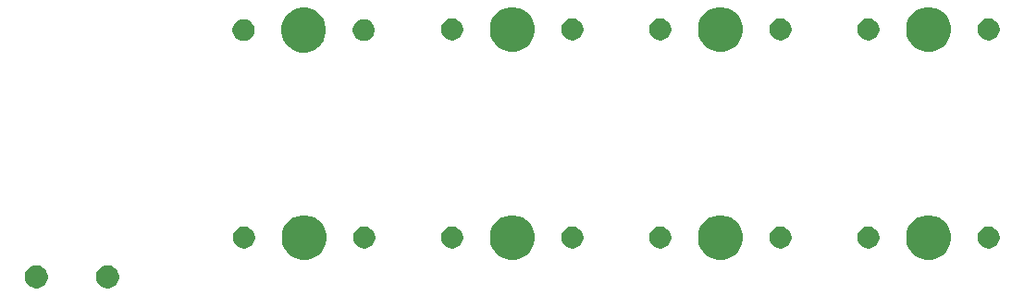
<source format=gbr>
G04 #@! TF.GenerationSoftware,KiCad,Pcbnew,(5.1.0)-1*
G04 #@! TF.CreationDate,2019-04-21T21:02:20+09:00*
G04 #@! TF.ProjectId,meishikbd,6d656973-6869-46b6-9264-2e6b69636164,rev?*
G04 #@! TF.SameCoordinates,Original*
G04 #@! TF.FileFunction,Soldermask,Top*
G04 #@! TF.FilePolarity,Negative*
%FSLAX46Y46*%
G04 Gerber Fmt 4.6, Leading zero omitted, Abs format (unit mm)*
G04 Created by KiCad (PCBNEW (5.1.0)-1) date 2019-04-21 21:02:20*
%MOMM*%
%LPD*%
G04 APERTURE LIST*
%ADD10C,0.100000*%
G04 APERTURE END LIST*
D10*
G36*
X53456564Y-92689389D02*
G01*
X53647833Y-92768615D01*
X53647835Y-92768616D01*
X53819973Y-92883635D01*
X53966365Y-93030027D01*
X54081385Y-93202167D01*
X54160611Y-93393436D01*
X54201000Y-93596484D01*
X54201000Y-93803516D01*
X54160611Y-94006564D01*
X54081385Y-94197833D01*
X54081384Y-94197835D01*
X53966365Y-94369973D01*
X53819973Y-94516365D01*
X53647835Y-94631384D01*
X53647834Y-94631385D01*
X53647833Y-94631385D01*
X53456564Y-94710611D01*
X53253516Y-94751000D01*
X53046484Y-94751000D01*
X52843436Y-94710611D01*
X52652167Y-94631385D01*
X52652166Y-94631385D01*
X52652165Y-94631384D01*
X52480027Y-94516365D01*
X52333635Y-94369973D01*
X52218616Y-94197835D01*
X52218615Y-94197833D01*
X52139389Y-94006564D01*
X52099000Y-93803516D01*
X52099000Y-93596484D01*
X52139389Y-93393436D01*
X52218615Y-93202167D01*
X52333635Y-93030027D01*
X52480027Y-92883635D01*
X52652165Y-92768616D01*
X52652167Y-92768615D01*
X52843436Y-92689389D01*
X53046484Y-92649000D01*
X53253516Y-92649000D01*
X53456564Y-92689389D01*
X53456564Y-92689389D01*
G37*
G36*
X46956564Y-92689389D02*
G01*
X47147833Y-92768615D01*
X47147835Y-92768616D01*
X47319973Y-92883635D01*
X47466365Y-93030027D01*
X47581385Y-93202167D01*
X47660611Y-93393436D01*
X47701000Y-93596484D01*
X47701000Y-93803516D01*
X47660611Y-94006564D01*
X47581385Y-94197833D01*
X47581384Y-94197835D01*
X47466365Y-94369973D01*
X47319973Y-94516365D01*
X47147835Y-94631384D01*
X47147834Y-94631385D01*
X47147833Y-94631385D01*
X46956564Y-94710611D01*
X46753516Y-94751000D01*
X46546484Y-94751000D01*
X46343436Y-94710611D01*
X46152167Y-94631385D01*
X46152166Y-94631385D01*
X46152165Y-94631384D01*
X45980027Y-94516365D01*
X45833635Y-94369973D01*
X45718616Y-94197835D01*
X45718615Y-94197833D01*
X45639389Y-94006564D01*
X45599000Y-93803516D01*
X45599000Y-93596484D01*
X45639389Y-93393436D01*
X45718615Y-93202167D01*
X45833635Y-93030027D01*
X45980027Y-92883635D01*
X46152165Y-92768616D01*
X46152167Y-92768615D01*
X46343436Y-92689389D01*
X46546484Y-92649000D01*
X46753516Y-92649000D01*
X46956564Y-92689389D01*
X46956564Y-92689389D01*
G37*
G36*
X90798254Y-88127818D02*
G01*
X91171511Y-88282426D01*
X91171513Y-88282427D01*
X91507436Y-88506884D01*
X91793116Y-88792564D01*
X92017574Y-89128489D01*
X92172182Y-89501746D01*
X92251000Y-89897993D01*
X92251000Y-90302007D01*
X92172182Y-90698254D01*
X92021293Y-91062532D01*
X92017573Y-91071513D01*
X91793116Y-91407436D01*
X91507436Y-91693116D01*
X91171513Y-91917573D01*
X91171512Y-91917574D01*
X91171511Y-91917574D01*
X90798254Y-92072182D01*
X90402007Y-92151000D01*
X89997993Y-92151000D01*
X89601746Y-92072182D01*
X89228489Y-91917574D01*
X89228488Y-91917574D01*
X89228487Y-91917573D01*
X88892564Y-91693116D01*
X88606884Y-91407436D01*
X88382427Y-91071513D01*
X88378707Y-91062532D01*
X88227818Y-90698254D01*
X88149000Y-90302007D01*
X88149000Y-89897993D01*
X88227818Y-89501746D01*
X88382426Y-89128489D01*
X88606884Y-88792564D01*
X88892564Y-88506884D01*
X89228487Y-88282427D01*
X89228489Y-88282426D01*
X89601746Y-88127818D01*
X89997993Y-88049000D01*
X90402007Y-88049000D01*
X90798254Y-88127818D01*
X90798254Y-88127818D01*
G37*
G36*
X128898254Y-88127818D02*
G01*
X129271511Y-88282426D01*
X129271513Y-88282427D01*
X129607436Y-88506884D01*
X129893116Y-88792564D01*
X130117574Y-89128489D01*
X130272182Y-89501746D01*
X130351000Y-89897993D01*
X130351000Y-90302007D01*
X130272182Y-90698254D01*
X130121293Y-91062532D01*
X130117573Y-91071513D01*
X129893116Y-91407436D01*
X129607436Y-91693116D01*
X129271513Y-91917573D01*
X129271512Y-91917574D01*
X129271511Y-91917574D01*
X128898254Y-92072182D01*
X128502007Y-92151000D01*
X128097993Y-92151000D01*
X127701746Y-92072182D01*
X127328489Y-91917574D01*
X127328488Y-91917574D01*
X127328487Y-91917573D01*
X126992564Y-91693116D01*
X126706884Y-91407436D01*
X126482427Y-91071513D01*
X126478707Y-91062532D01*
X126327818Y-90698254D01*
X126249000Y-90302007D01*
X126249000Y-89897993D01*
X126327818Y-89501746D01*
X126482426Y-89128489D01*
X126706884Y-88792564D01*
X126992564Y-88506884D01*
X127328487Y-88282427D01*
X127328489Y-88282426D01*
X127701746Y-88127818D01*
X128097993Y-88049000D01*
X128502007Y-88049000D01*
X128898254Y-88127818D01*
X128898254Y-88127818D01*
G37*
G36*
X109848254Y-88127818D02*
G01*
X110221511Y-88282426D01*
X110221513Y-88282427D01*
X110557436Y-88506884D01*
X110843116Y-88792564D01*
X111067574Y-89128489D01*
X111222182Y-89501746D01*
X111301000Y-89897993D01*
X111301000Y-90302007D01*
X111222182Y-90698254D01*
X111071293Y-91062532D01*
X111067573Y-91071513D01*
X110843116Y-91407436D01*
X110557436Y-91693116D01*
X110221513Y-91917573D01*
X110221512Y-91917574D01*
X110221511Y-91917574D01*
X109848254Y-92072182D01*
X109452007Y-92151000D01*
X109047993Y-92151000D01*
X108651746Y-92072182D01*
X108278489Y-91917574D01*
X108278488Y-91917574D01*
X108278487Y-91917573D01*
X107942564Y-91693116D01*
X107656884Y-91407436D01*
X107432427Y-91071513D01*
X107428707Y-91062532D01*
X107277818Y-90698254D01*
X107199000Y-90302007D01*
X107199000Y-89897993D01*
X107277818Y-89501746D01*
X107432426Y-89128489D01*
X107656884Y-88792564D01*
X107942564Y-88506884D01*
X108278487Y-88282427D01*
X108278489Y-88282426D01*
X108651746Y-88127818D01*
X109047993Y-88049000D01*
X109452007Y-88049000D01*
X109848254Y-88127818D01*
X109848254Y-88127818D01*
G37*
G36*
X71748254Y-88127818D02*
G01*
X72121511Y-88282426D01*
X72121513Y-88282427D01*
X72457436Y-88506884D01*
X72743116Y-88792564D01*
X72967574Y-89128489D01*
X73122182Y-89501746D01*
X73201000Y-89897993D01*
X73201000Y-90302007D01*
X73122182Y-90698254D01*
X72971293Y-91062532D01*
X72967573Y-91071513D01*
X72743116Y-91407436D01*
X72457436Y-91693116D01*
X72121513Y-91917573D01*
X72121512Y-91917574D01*
X72121511Y-91917574D01*
X71748254Y-92072182D01*
X71352007Y-92151000D01*
X70947993Y-92151000D01*
X70551746Y-92072182D01*
X70178489Y-91917574D01*
X70178488Y-91917574D01*
X70178487Y-91917573D01*
X69842564Y-91693116D01*
X69556884Y-91407436D01*
X69332427Y-91071513D01*
X69328707Y-91062532D01*
X69177818Y-90698254D01*
X69099000Y-90302007D01*
X69099000Y-89897993D01*
X69177818Y-89501746D01*
X69332426Y-89128489D01*
X69556884Y-88792564D01*
X69842564Y-88506884D01*
X70178487Y-88282427D01*
X70178489Y-88282426D01*
X70551746Y-88127818D01*
X70947993Y-88049000D01*
X71352007Y-88049000D01*
X71748254Y-88127818D01*
X71748254Y-88127818D01*
G37*
G36*
X76845285Y-89118234D02*
G01*
X76941981Y-89137468D01*
X77124151Y-89212926D01*
X77288100Y-89322473D01*
X77427527Y-89461900D01*
X77537074Y-89625849D01*
X77612532Y-89808019D01*
X77651000Y-90001410D01*
X77651000Y-90198590D01*
X77612532Y-90391981D01*
X77537074Y-90574151D01*
X77427527Y-90738100D01*
X77288100Y-90877527D01*
X77124151Y-90987074D01*
X76941981Y-91062532D01*
X76845285Y-91081766D01*
X76748591Y-91101000D01*
X76551409Y-91101000D01*
X76454715Y-91081766D01*
X76358019Y-91062532D01*
X76175849Y-90987074D01*
X76011900Y-90877527D01*
X75872473Y-90738100D01*
X75762926Y-90574151D01*
X75687468Y-90391981D01*
X75649000Y-90198590D01*
X75649000Y-90001410D01*
X75687468Y-89808019D01*
X75762926Y-89625849D01*
X75872473Y-89461900D01*
X76011900Y-89322473D01*
X76175849Y-89212926D01*
X76358019Y-89137468D01*
X76454715Y-89118234D01*
X76551409Y-89099000D01*
X76748591Y-89099000D01*
X76845285Y-89118234D01*
X76845285Y-89118234D01*
G37*
G36*
X65845285Y-89118234D02*
G01*
X65941981Y-89137468D01*
X66124151Y-89212926D01*
X66288100Y-89322473D01*
X66427527Y-89461900D01*
X66537074Y-89625849D01*
X66612532Y-89808019D01*
X66651000Y-90001410D01*
X66651000Y-90198590D01*
X66612532Y-90391981D01*
X66537074Y-90574151D01*
X66427527Y-90738100D01*
X66288100Y-90877527D01*
X66124151Y-90987074D01*
X65941981Y-91062532D01*
X65845285Y-91081766D01*
X65748591Y-91101000D01*
X65551409Y-91101000D01*
X65454715Y-91081766D01*
X65358019Y-91062532D01*
X65175849Y-90987074D01*
X65011900Y-90877527D01*
X64872473Y-90738100D01*
X64762926Y-90574151D01*
X64687468Y-90391981D01*
X64649000Y-90198590D01*
X64649000Y-90001410D01*
X64687468Y-89808019D01*
X64762926Y-89625849D01*
X64872473Y-89461900D01*
X65011900Y-89322473D01*
X65175849Y-89212926D01*
X65358019Y-89137468D01*
X65454715Y-89118234D01*
X65551409Y-89099000D01*
X65748591Y-89099000D01*
X65845285Y-89118234D01*
X65845285Y-89118234D01*
G37*
G36*
X95895285Y-89118234D02*
G01*
X95991981Y-89137468D01*
X96174151Y-89212926D01*
X96338100Y-89322473D01*
X96477527Y-89461900D01*
X96587074Y-89625849D01*
X96662532Y-89808019D01*
X96701000Y-90001410D01*
X96701000Y-90198590D01*
X96662532Y-90391981D01*
X96587074Y-90574151D01*
X96477527Y-90738100D01*
X96338100Y-90877527D01*
X96174151Y-90987074D01*
X95991981Y-91062532D01*
X95798591Y-91101000D01*
X95601409Y-91101000D01*
X95504715Y-91081766D01*
X95408019Y-91062532D01*
X95225849Y-90987074D01*
X95061900Y-90877527D01*
X94922473Y-90738100D01*
X94812926Y-90574151D01*
X94737468Y-90391981D01*
X94699000Y-90198590D01*
X94699000Y-90001410D01*
X94737468Y-89808019D01*
X94812926Y-89625849D01*
X94922473Y-89461900D01*
X95061900Y-89322473D01*
X95225849Y-89212926D01*
X95408019Y-89137468D01*
X95504715Y-89118234D01*
X95601409Y-89099000D01*
X95798591Y-89099000D01*
X95895285Y-89118234D01*
X95895285Y-89118234D01*
G37*
G36*
X114945285Y-89118234D02*
G01*
X115041981Y-89137468D01*
X115224151Y-89212926D01*
X115388100Y-89322473D01*
X115527527Y-89461900D01*
X115637074Y-89625849D01*
X115712532Y-89808019D01*
X115751000Y-90001410D01*
X115751000Y-90198590D01*
X115712532Y-90391981D01*
X115637074Y-90574151D01*
X115527527Y-90738100D01*
X115388100Y-90877527D01*
X115224151Y-90987074D01*
X115041981Y-91062532D01*
X114848591Y-91101000D01*
X114651409Y-91101000D01*
X114554715Y-91081766D01*
X114458019Y-91062532D01*
X114275849Y-90987074D01*
X114111900Y-90877527D01*
X113972473Y-90738100D01*
X113862926Y-90574151D01*
X113787468Y-90391981D01*
X113749000Y-90198590D01*
X113749000Y-90001410D01*
X113787468Y-89808019D01*
X113862926Y-89625849D01*
X113972473Y-89461900D01*
X114111900Y-89322473D01*
X114275849Y-89212926D01*
X114458019Y-89137468D01*
X114554715Y-89118234D01*
X114651409Y-89099000D01*
X114848591Y-89099000D01*
X114945285Y-89118234D01*
X114945285Y-89118234D01*
G37*
G36*
X103945285Y-89118234D02*
G01*
X104041981Y-89137468D01*
X104224151Y-89212926D01*
X104388100Y-89322473D01*
X104527527Y-89461900D01*
X104637074Y-89625849D01*
X104712532Y-89808019D01*
X104751000Y-90001410D01*
X104751000Y-90198590D01*
X104712532Y-90391981D01*
X104637074Y-90574151D01*
X104527527Y-90738100D01*
X104388100Y-90877527D01*
X104224151Y-90987074D01*
X104041981Y-91062532D01*
X103848591Y-91101000D01*
X103651409Y-91101000D01*
X103554715Y-91081766D01*
X103458019Y-91062532D01*
X103275849Y-90987074D01*
X103111900Y-90877527D01*
X102972473Y-90738100D01*
X102862926Y-90574151D01*
X102787468Y-90391981D01*
X102749000Y-90198590D01*
X102749000Y-90001410D01*
X102787468Y-89808019D01*
X102862926Y-89625849D01*
X102972473Y-89461900D01*
X103111900Y-89322473D01*
X103275849Y-89212926D01*
X103458019Y-89137468D01*
X103554715Y-89118234D01*
X103651409Y-89099000D01*
X103848591Y-89099000D01*
X103945285Y-89118234D01*
X103945285Y-89118234D01*
G37*
G36*
X122995285Y-89118234D02*
G01*
X123091981Y-89137468D01*
X123274151Y-89212926D01*
X123438100Y-89322473D01*
X123577527Y-89461900D01*
X123687074Y-89625849D01*
X123762532Y-89808019D01*
X123801000Y-90001410D01*
X123801000Y-90198590D01*
X123762532Y-90391981D01*
X123687074Y-90574151D01*
X123577527Y-90738100D01*
X123438100Y-90877527D01*
X123274151Y-90987074D01*
X123091981Y-91062532D01*
X122898591Y-91101000D01*
X122701409Y-91101000D01*
X122604715Y-91081766D01*
X122508019Y-91062532D01*
X122325849Y-90987074D01*
X122161900Y-90877527D01*
X122022473Y-90738100D01*
X121912926Y-90574151D01*
X121837468Y-90391981D01*
X121799000Y-90198590D01*
X121799000Y-90001410D01*
X121837468Y-89808019D01*
X121912926Y-89625849D01*
X122022473Y-89461900D01*
X122161900Y-89322473D01*
X122325849Y-89212926D01*
X122508019Y-89137468D01*
X122604715Y-89118234D01*
X122701409Y-89099000D01*
X122898591Y-89099000D01*
X122995285Y-89118234D01*
X122995285Y-89118234D01*
G37*
G36*
X133995285Y-89118234D02*
G01*
X134091981Y-89137468D01*
X134274151Y-89212926D01*
X134438100Y-89322473D01*
X134577527Y-89461900D01*
X134687074Y-89625849D01*
X134762532Y-89808019D01*
X134801000Y-90001410D01*
X134801000Y-90198590D01*
X134762532Y-90391981D01*
X134687074Y-90574151D01*
X134577527Y-90738100D01*
X134438100Y-90877527D01*
X134274151Y-90987074D01*
X134091981Y-91062532D01*
X133898591Y-91101000D01*
X133701409Y-91101000D01*
X133604715Y-91081766D01*
X133508019Y-91062532D01*
X133325849Y-90987074D01*
X133161900Y-90877527D01*
X133022473Y-90738100D01*
X132912926Y-90574151D01*
X132837468Y-90391981D01*
X132799000Y-90198590D01*
X132799000Y-90001410D01*
X132837468Y-89808019D01*
X132912926Y-89625849D01*
X133022473Y-89461900D01*
X133161900Y-89322473D01*
X133325849Y-89212926D01*
X133508019Y-89137468D01*
X133604715Y-89118234D01*
X133701409Y-89099000D01*
X133898591Y-89099000D01*
X133995285Y-89118234D01*
X133995285Y-89118234D01*
G37*
G36*
X84895285Y-89118234D02*
G01*
X84991981Y-89137468D01*
X85174151Y-89212926D01*
X85338100Y-89322473D01*
X85477527Y-89461900D01*
X85587074Y-89625849D01*
X85662532Y-89808019D01*
X85701000Y-90001410D01*
X85701000Y-90198590D01*
X85662532Y-90391981D01*
X85587074Y-90574151D01*
X85477527Y-90738100D01*
X85338100Y-90877527D01*
X85174151Y-90987074D01*
X84991981Y-91062532D01*
X84798591Y-91101000D01*
X84601409Y-91101000D01*
X84504715Y-91081766D01*
X84408019Y-91062532D01*
X84225849Y-90987074D01*
X84061900Y-90877527D01*
X83922473Y-90738100D01*
X83812926Y-90574151D01*
X83737468Y-90391981D01*
X83699000Y-90198590D01*
X83699000Y-90001410D01*
X83737468Y-89808019D01*
X83812926Y-89625849D01*
X83922473Y-89461900D01*
X84061900Y-89322473D01*
X84225849Y-89212926D01*
X84408019Y-89137468D01*
X84504715Y-89118234D01*
X84601409Y-89099000D01*
X84798591Y-89099000D01*
X84895285Y-89118234D01*
X84895285Y-89118234D01*
G37*
G36*
X71698254Y-69127818D02*
G01*
X72071511Y-69282426D01*
X72071513Y-69282427D01*
X72332606Y-69456884D01*
X72407436Y-69506884D01*
X72693116Y-69792564D01*
X72917574Y-70128489D01*
X73072182Y-70501746D01*
X73151000Y-70897993D01*
X73151000Y-71302007D01*
X73072182Y-71698254D01*
X72938284Y-72021513D01*
X72917573Y-72071513D01*
X72693116Y-72407436D01*
X72407436Y-72693116D01*
X72071513Y-72917573D01*
X72071512Y-72917574D01*
X72071511Y-72917574D01*
X71698254Y-73072182D01*
X71302007Y-73151000D01*
X70897993Y-73151000D01*
X70501746Y-73072182D01*
X70128489Y-72917574D01*
X70128488Y-72917574D01*
X70128487Y-72917573D01*
X69792564Y-72693116D01*
X69506884Y-72407436D01*
X69282427Y-72071513D01*
X69261716Y-72021513D01*
X69127818Y-71698254D01*
X69049000Y-71302007D01*
X69049000Y-70897993D01*
X69127818Y-70501746D01*
X69282426Y-70128489D01*
X69506884Y-69792564D01*
X69792564Y-69506884D01*
X69867394Y-69456884D01*
X70128487Y-69282427D01*
X70128489Y-69282426D01*
X70501746Y-69127818D01*
X70897993Y-69049000D01*
X71302007Y-69049000D01*
X71698254Y-69127818D01*
X71698254Y-69127818D01*
G37*
G36*
X90798254Y-69077818D02*
G01*
X91171511Y-69232426D01*
X91171513Y-69232427D01*
X91246343Y-69282427D01*
X91507436Y-69456884D01*
X91793116Y-69742564D01*
X92017574Y-70078489D01*
X92172182Y-70451746D01*
X92251000Y-70847993D01*
X92251000Y-71252007D01*
X92172182Y-71648254D01*
X92031838Y-71987074D01*
X92017573Y-72021513D01*
X91793116Y-72357436D01*
X91507436Y-72643116D01*
X91171513Y-72867573D01*
X91171512Y-72867574D01*
X91171511Y-72867574D01*
X90798254Y-73022182D01*
X90402007Y-73101000D01*
X89997993Y-73101000D01*
X89601746Y-73022182D01*
X89228489Y-72867574D01*
X89228488Y-72867574D01*
X89228487Y-72867573D01*
X88892564Y-72643116D01*
X88606884Y-72357436D01*
X88382427Y-72021513D01*
X88368162Y-71987074D01*
X88227818Y-71648254D01*
X88149000Y-71252007D01*
X88149000Y-70847993D01*
X88227818Y-70451746D01*
X88382426Y-70078489D01*
X88606884Y-69742564D01*
X88892564Y-69456884D01*
X89153657Y-69282427D01*
X89228487Y-69232427D01*
X89228489Y-69232426D01*
X89601746Y-69077818D01*
X89997993Y-68999000D01*
X90402007Y-68999000D01*
X90798254Y-69077818D01*
X90798254Y-69077818D01*
G37*
G36*
X128898254Y-69077818D02*
G01*
X129271511Y-69232426D01*
X129271513Y-69232427D01*
X129346343Y-69282427D01*
X129607436Y-69456884D01*
X129893116Y-69742564D01*
X130117574Y-70078489D01*
X130272182Y-70451746D01*
X130351000Y-70847993D01*
X130351000Y-71252007D01*
X130272182Y-71648254D01*
X130131838Y-71987074D01*
X130117573Y-72021513D01*
X129893116Y-72357436D01*
X129607436Y-72643116D01*
X129271513Y-72867573D01*
X129271512Y-72867574D01*
X129271511Y-72867574D01*
X128898254Y-73022182D01*
X128502007Y-73101000D01*
X128097993Y-73101000D01*
X127701746Y-73022182D01*
X127328489Y-72867574D01*
X127328488Y-72867574D01*
X127328487Y-72867573D01*
X126992564Y-72643116D01*
X126706884Y-72357436D01*
X126482427Y-72021513D01*
X126468162Y-71987074D01*
X126327818Y-71648254D01*
X126249000Y-71252007D01*
X126249000Y-70847993D01*
X126327818Y-70451746D01*
X126482426Y-70078489D01*
X126706884Y-69742564D01*
X126992564Y-69456884D01*
X127253657Y-69282427D01*
X127328487Y-69232427D01*
X127328489Y-69232426D01*
X127701746Y-69077818D01*
X128097993Y-68999000D01*
X128502007Y-68999000D01*
X128898254Y-69077818D01*
X128898254Y-69077818D01*
G37*
G36*
X109848254Y-69077818D02*
G01*
X110221511Y-69232426D01*
X110221513Y-69232427D01*
X110296343Y-69282427D01*
X110557436Y-69456884D01*
X110843116Y-69742564D01*
X111067574Y-70078489D01*
X111222182Y-70451746D01*
X111301000Y-70847993D01*
X111301000Y-71252007D01*
X111222182Y-71648254D01*
X111081838Y-71987074D01*
X111067573Y-72021513D01*
X110843116Y-72357436D01*
X110557436Y-72643116D01*
X110221513Y-72867573D01*
X110221512Y-72867574D01*
X110221511Y-72867574D01*
X109848254Y-73022182D01*
X109452007Y-73101000D01*
X109047993Y-73101000D01*
X108651746Y-73022182D01*
X108278489Y-72867574D01*
X108278488Y-72867574D01*
X108278487Y-72867573D01*
X107942564Y-72643116D01*
X107656884Y-72357436D01*
X107432427Y-72021513D01*
X107418162Y-71987074D01*
X107277818Y-71648254D01*
X107199000Y-71252007D01*
X107199000Y-70847993D01*
X107277818Y-70451746D01*
X107432426Y-70078489D01*
X107656884Y-69742564D01*
X107942564Y-69456884D01*
X108203657Y-69282427D01*
X108278487Y-69232427D01*
X108278489Y-69232426D01*
X108651746Y-69077818D01*
X109047993Y-68999000D01*
X109452007Y-68999000D01*
X109848254Y-69077818D01*
X109848254Y-69077818D01*
G37*
G36*
X76795285Y-70118234D02*
G01*
X76891981Y-70137468D01*
X77074151Y-70212926D01*
X77238100Y-70322473D01*
X77377527Y-70461900D01*
X77487074Y-70625849D01*
X77562532Y-70808019D01*
X77601000Y-71001410D01*
X77601000Y-71198590D01*
X77562532Y-71391981D01*
X77487074Y-71574151D01*
X77377527Y-71738100D01*
X77238100Y-71877527D01*
X77074151Y-71987074D01*
X76891981Y-72062532D01*
X76698591Y-72101000D01*
X76501409Y-72101000D01*
X76308019Y-72062532D01*
X76125849Y-71987074D01*
X75961900Y-71877527D01*
X75822473Y-71738100D01*
X75712926Y-71574151D01*
X75637468Y-71391981D01*
X75599000Y-71198590D01*
X75599000Y-71001410D01*
X75637468Y-70808019D01*
X75712926Y-70625849D01*
X75822473Y-70461900D01*
X75961900Y-70322473D01*
X76125849Y-70212926D01*
X76308019Y-70137468D01*
X76404715Y-70118234D01*
X76501409Y-70099000D01*
X76698591Y-70099000D01*
X76795285Y-70118234D01*
X76795285Y-70118234D01*
G37*
G36*
X65795285Y-70118234D02*
G01*
X65891981Y-70137468D01*
X66074151Y-70212926D01*
X66238100Y-70322473D01*
X66377527Y-70461900D01*
X66487074Y-70625849D01*
X66562532Y-70808019D01*
X66601000Y-71001410D01*
X66601000Y-71198590D01*
X66562532Y-71391981D01*
X66487074Y-71574151D01*
X66377527Y-71738100D01*
X66238100Y-71877527D01*
X66074151Y-71987074D01*
X65891981Y-72062532D01*
X65698591Y-72101000D01*
X65501409Y-72101000D01*
X65308019Y-72062532D01*
X65125849Y-71987074D01*
X64961900Y-71877527D01*
X64822473Y-71738100D01*
X64712926Y-71574151D01*
X64637468Y-71391981D01*
X64599000Y-71198590D01*
X64599000Y-71001410D01*
X64637468Y-70808019D01*
X64712926Y-70625849D01*
X64822473Y-70461900D01*
X64961900Y-70322473D01*
X65125849Y-70212926D01*
X65308019Y-70137468D01*
X65404715Y-70118234D01*
X65501409Y-70099000D01*
X65698591Y-70099000D01*
X65795285Y-70118234D01*
X65795285Y-70118234D01*
G37*
G36*
X84991981Y-70087468D02*
G01*
X85174151Y-70162926D01*
X85338100Y-70272473D01*
X85477527Y-70411900D01*
X85587074Y-70575849D01*
X85662532Y-70758019D01*
X85701000Y-70951410D01*
X85701000Y-71148590D01*
X85662532Y-71341981D01*
X85587074Y-71524151D01*
X85477527Y-71688100D01*
X85338100Y-71827527D01*
X85174151Y-71937074D01*
X84991981Y-72012532D01*
X84895285Y-72031766D01*
X84798591Y-72051000D01*
X84601409Y-72051000D01*
X84504715Y-72031766D01*
X84408019Y-72012532D01*
X84225849Y-71937074D01*
X84061900Y-71827527D01*
X83922473Y-71688100D01*
X83812926Y-71524151D01*
X83737468Y-71341981D01*
X83699000Y-71148590D01*
X83699000Y-70951410D01*
X83737468Y-70758019D01*
X83812926Y-70575849D01*
X83922473Y-70411900D01*
X84061900Y-70272473D01*
X84225849Y-70162926D01*
X84408019Y-70087468D01*
X84601409Y-70049000D01*
X84798591Y-70049000D01*
X84991981Y-70087468D01*
X84991981Y-70087468D01*
G37*
G36*
X104041981Y-70087468D02*
G01*
X104224151Y-70162926D01*
X104388100Y-70272473D01*
X104527527Y-70411900D01*
X104637074Y-70575849D01*
X104712532Y-70758019D01*
X104751000Y-70951410D01*
X104751000Y-71148590D01*
X104712532Y-71341981D01*
X104637074Y-71524151D01*
X104527527Y-71688100D01*
X104388100Y-71827527D01*
X104224151Y-71937074D01*
X104041981Y-72012532D01*
X103945285Y-72031766D01*
X103848591Y-72051000D01*
X103651409Y-72051000D01*
X103554715Y-72031766D01*
X103458019Y-72012532D01*
X103275849Y-71937074D01*
X103111900Y-71827527D01*
X102972473Y-71688100D01*
X102862926Y-71524151D01*
X102787468Y-71341981D01*
X102749000Y-71148590D01*
X102749000Y-70951410D01*
X102787468Y-70758019D01*
X102862926Y-70575849D01*
X102972473Y-70411900D01*
X103111900Y-70272473D01*
X103275849Y-70162926D01*
X103458019Y-70087468D01*
X103651409Y-70049000D01*
X103848591Y-70049000D01*
X104041981Y-70087468D01*
X104041981Y-70087468D01*
G37*
G36*
X134091981Y-70087468D02*
G01*
X134274151Y-70162926D01*
X134438100Y-70272473D01*
X134577527Y-70411900D01*
X134687074Y-70575849D01*
X134762532Y-70758019D01*
X134801000Y-70951410D01*
X134801000Y-71148590D01*
X134762532Y-71341981D01*
X134687074Y-71524151D01*
X134577527Y-71688100D01*
X134438100Y-71827527D01*
X134274151Y-71937074D01*
X134091981Y-72012532D01*
X133995285Y-72031766D01*
X133898591Y-72051000D01*
X133701409Y-72051000D01*
X133604715Y-72031766D01*
X133508019Y-72012532D01*
X133325849Y-71937074D01*
X133161900Y-71827527D01*
X133022473Y-71688100D01*
X132912926Y-71524151D01*
X132837468Y-71341981D01*
X132799000Y-71148590D01*
X132799000Y-70951410D01*
X132837468Y-70758019D01*
X132912926Y-70575849D01*
X133022473Y-70411900D01*
X133161900Y-70272473D01*
X133325849Y-70162926D01*
X133508019Y-70087468D01*
X133701409Y-70049000D01*
X133898591Y-70049000D01*
X134091981Y-70087468D01*
X134091981Y-70087468D01*
G37*
G36*
X123091981Y-70087468D02*
G01*
X123274151Y-70162926D01*
X123438100Y-70272473D01*
X123577527Y-70411900D01*
X123687074Y-70575849D01*
X123762532Y-70758019D01*
X123801000Y-70951410D01*
X123801000Y-71148590D01*
X123762532Y-71341981D01*
X123687074Y-71524151D01*
X123577527Y-71688100D01*
X123438100Y-71827527D01*
X123274151Y-71937074D01*
X123091981Y-72012532D01*
X122995285Y-72031766D01*
X122898591Y-72051000D01*
X122701409Y-72051000D01*
X122604715Y-72031766D01*
X122508019Y-72012532D01*
X122325849Y-71937074D01*
X122161900Y-71827527D01*
X122022473Y-71688100D01*
X121912926Y-71524151D01*
X121837468Y-71341981D01*
X121799000Y-71148590D01*
X121799000Y-70951410D01*
X121837468Y-70758019D01*
X121912926Y-70575849D01*
X122022473Y-70411900D01*
X122161900Y-70272473D01*
X122325849Y-70162926D01*
X122508019Y-70087468D01*
X122701409Y-70049000D01*
X122898591Y-70049000D01*
X123091981Y-70087468D01*
X123091981Y-70087468D01*
G37*
G36*
X115041981Y-70087468D02*
G01*
X115224151Y-70162926D01*
X115388100Y-70272473D01*
X115527527Y-70411900D01*
X115637074Y-70575849D01*
X115712532Y-70758019D01*
X115751000Y-70951410D01*
X115751000Y-71148590D01*
X115712532Y-71341981D01*
X115637074Y-71524151D01*
X115527527Y-71688100D01*
X115388100Y-71827527D01*
X115224151Y-71937074D01*
X115041981Y-72012532D01*
X114945285Y-72031766D01*
X114848591Y-72051000D01*
X114651409Y-72051000D01*
X114554715Y-72031766D01*
X114458019Y-72012532D01*
X114275849Y-71937074D01*
X114111900Y-71827527D01*
X113972473Y-71688100D01*
X113862926Y-71524151D01*
X113787468Y-71341981D01*
X113749000Y-71148590D01*
X113749000Y-70951410D01*
X113787468Y-70758019D01*
X113862926Y-70575849D01*
X113972473Y-70411900D01*
X114111900Y-70272473D01*
X114275849Y-70162926D01*
X114458019Y-70087468D01*
X114651409Y-70049000D01*
X114848591Y-70049000D01*
X115041981Y-70087468D01*
X115041981Y-70087468D01*
G37*
G36*
X95991981Y-70087468D02*
G01*
X96174151Y-70162926D01*
X96338100Y-70272473D01*
X96477527Y-70411900D01*
X96587074Y-70575849D01*
X96662532Y-70758019D01*
X96701000Y-70951410D01*
X96701000Y-71148590D01*
X96662532Y-71341981D01*
X96587074Y-71524151D01*
X96477527Y-71688100D01*
X96338100Y-71827527D01*
X96174151Y-71937074D01*
X95991981Y-72012532D01*
X95895285Y-72031766D01*
X95798591Y-72051000D01*
X95601409Y-72051000D01*
X95504715Y-72031766D01*
X95408019Y-72012532D01*
X95225849Y-71937074D01*
X95061900Y-71827527D01*
X94922473Y-71688100D01*
X94812926Y-71524151D01*
X94737468Y-71341981D01*
X94699000Y-71148590D01*
X94699000Y-70951410D01*
X94737468Y-70758019D01*
X94812926Y-70575849D01*
X94922473Y-70411900D01*
X95061900Y-70272473D01*
X95225849Y-70162926D01*
X95408019Y-70087468D01*
X95601409Y-70049000D01*
X95798591Y-70049000D01*
X95991981Y-70087468D01*
X95991981Y-70087468D01*
G37*
M02*

</source>
